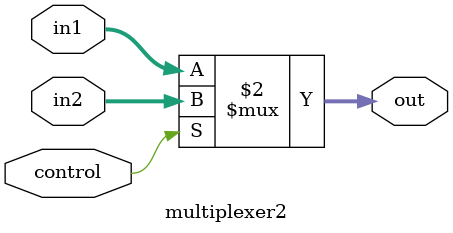
<source format=sv>
module multiplexer2 #(parameter width=32) (
    input logic control,
    input logic [width-1:0] in1,
    input logic [width-1:0] in2,
    output logic [width-1:0] out
);

    assign out = (control == 0)? in1 : in2;

endmodule


</source>
